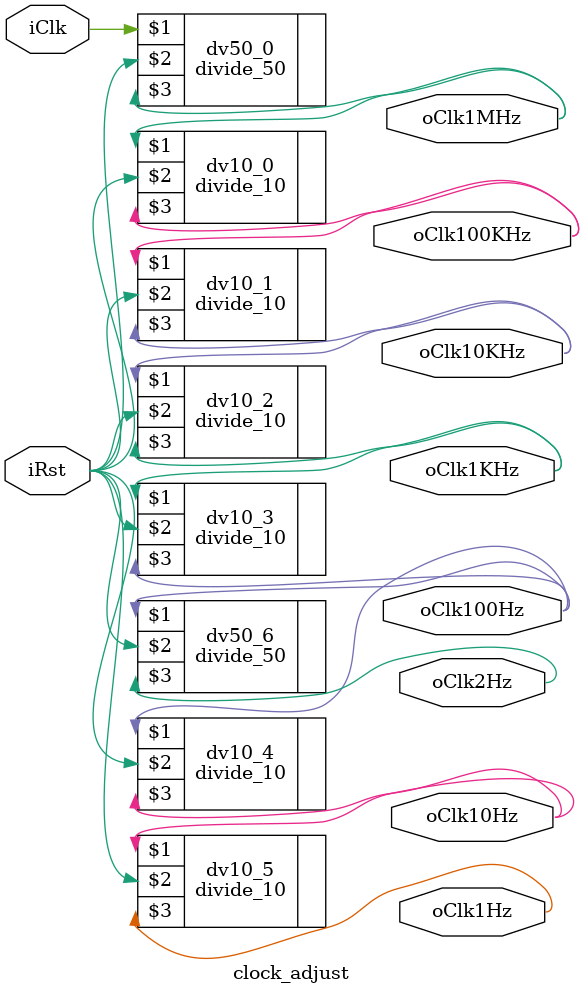
<source format=v>
/*************************************************
 Arquivo: clock_adjust.v
 Descrição:
 Ajusta um clock de entrada de 50MHz para níveis inferiores.
*************************************************/

module clock_adjust
(
	iClk,
	iRst,
	oClk1MHz,
	oClk100KHz,
	oClk10KHz,
	oClk1KHz,
	oClk100Hz,
	oClk10Hz,
	oClk2Hz,
	oClk1Hz
);

input wire iClk, iRst;
output wire oClk1MHz, oClk100KHz, oClk10KHz, oClk1KHz, oClk100Hz, oClk10Hz, oClk2Hz, oClk1Hz;

divide_50 dv50_0(iClk, iRst, oClk1MHz);
divide_10 dv10_0(oClk1MHz, iRst, oClk100KHz);
divide_10 dv10_1(oClk100KHz, iRst, oClk10KHz);
divide_10 dv10_2(oClk10KHz, iRst, oClk1KHz);
divide_10 dv10_3(oClk1KHz, iRst, oClk100Hz);
divide_10 dv10_4(oClk100Hz, iRst, oClk10Hz);
divide_10 dv10_5(oClk10Hz, iRst, oClk1Hz);
divide_50 dv50_6(oClk100Hz, iRst, oClk2Hz);


endmodule
</source>
